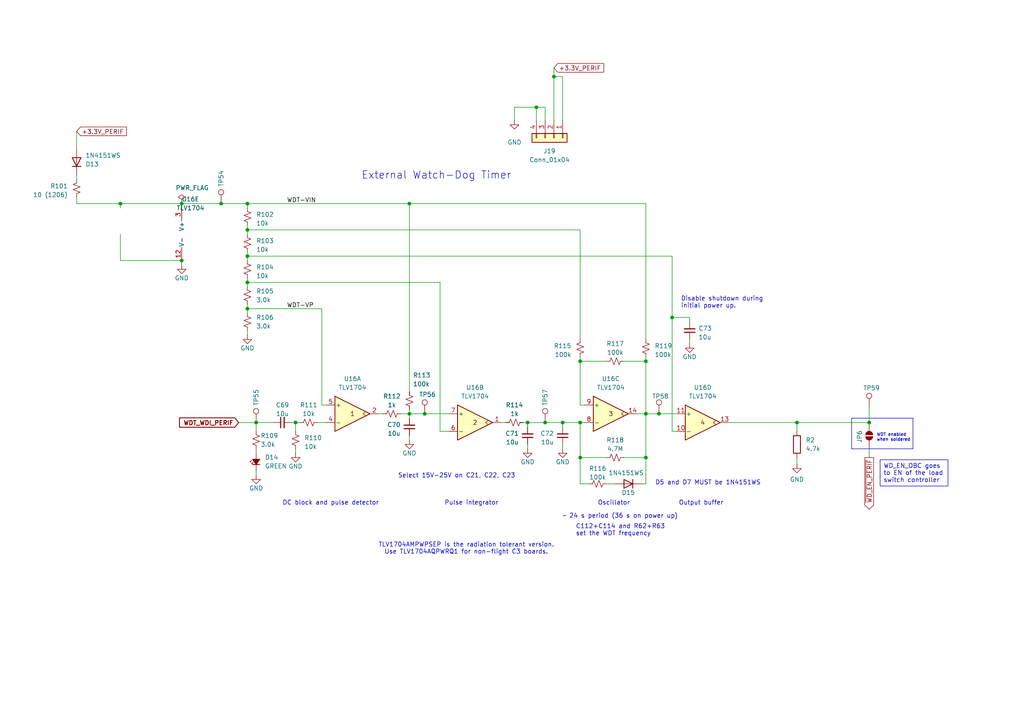
<source format=kicad_sch>
(kicad_sch (version 20250114) (generator "eeschema") (generator_version "9.0")
  (paper "A4")
  (lib_symbols
    (symbol "Connector:TestPoint" (pin_numbers (hide yes)) (pin_names (offset 0.762) (hide yes))
      (property "Reference" "TP" (at 0 6.858 0))
      (property "Value" "TestPoint" (at 0 5.08 0))
      (symbol "TestPoint_0_1"
        (circle (center 0 3.302) (radius 0.762))
      )
      (symbol "TestPoint_1_1"
        (pin passive line (at 0 0 90) (length 2.54) (name "1") (number "1"))
      )
    )
    (symbol "Connector_Generic:Conn_01x04" (pin_names (offset 1.016) (hide yes))
      (property "Reference" "J" (at 0 5.08 0))
      (property "Value" "Conn_01x04" (at 0 -7.62 0))
      (symbol "Conn_01x04_1_1"
        (rectangle (start -1.27 3.81) (end 1.27 -6.35) (stroke (width 0.254)) (fill (type background)))
        (rectangle (start -1.27 2.667) (end 0 2.413) (stroke (width 0.1524)))
        (rectangle (start -1.27 0.127) (end 0 -0.127) (stroke (width 0.1524)))
        (rectangle (start -1.27 -2.413) (end 0 -2.667) (stroke (width 0.1524)))
        (rectangle (start -1.27 -4.953) (end 0 -5.207) (stroke (width 0.1524)))
        (pin passive line (at -5.08 2.54 0) (length 3.81) (name "Pin_1") (number "1"))
        (pin passive line (at -5.08 0 0) (length 3.81) (name "Pin_2") (number "2"))
        (pin passive line (at -5.08 -2.54 0) (length 3.81) (name "Pin_3") (number "3"))
        (pin passive line (at -5.08 -5.08 0) (length 3.81) (name "Pin_4") (number "4"))
      )
    )
    (symbol "Device:C_Small" (pin_numbers (hide yes)) (pin_names (offset 0.254) (hide yes))
      (property "Reference" "C" (at 0.254 1.778 0))
      (property "Value" "C_Small" (at 0.254 -2.032 0))
      (symbol "C_Small_0_1"
        (polyline (pts (xy -1.524 0.508) (xy 1.524 0.508)) (stroke (width 0.3048)))
        (polyline (pts (xy -1.524 -0.508) (xy 1.524 -0.508)) (stroke (width 0.3302)))
      )
      (symbol "C_Small_1_1"
        (pin passive line (at 0 2.54 270) (length 2.032) (name "~") (number "1"))
        (pin passive line (at 0 -2.54 90) (length 2.032) (name "~") (number "2"))
      )
    )
    (symbol "Device:LED_Small_Filled" (pin_numbers (hide yes)) (pin_names (offset 0.254) (hide yes))
      (property "Reference" "D" (at -1.27 3.175 0))
      (property "Value" "LED_Small_Filled" (at -4.445 -2.54 0))
      (symbol "LED_Small_Filled_0_1"
        (polyline (pts (xy -0.762 -1.016) (xy -0.762 1.016)) (stroke (width 0.254)))
        (polyline (pts (xy 0 0.762) (xy -0.508 1.27) (xy -0.254 1.27) (xy -0.508 1.27) (xy -0.508 1.016)))
        (polyline (pts (xy 0.508 1.27) (xy 0 1.778) (xy 0.254 1.778) (xy 0 1.778) (xy 0 1.524)))
        (polyline (pts (xy 0.762 -1.016) (xy -0.762 0) (xy 0.762 1.016) (xy 0.762 -1.016)) (stroke (width 0.254)) (fill (type outline)))
        (polyline (pts (xy 1.016 0) (xy -0.762 0)))
      )
      (symbol "LED_Small_Filled_1_1"
        (pin passive line (at -2.54 0 0) (length 1.778) (name "K") (number "1"))
        (pin passive line (at 2.54 0 180) (length 1.778) (name "A") (number "2"))
      )
    )
    (symbol "Device:R" (pin_numbers (hide yes)) (pin_names (offset 0))
      (property "Reference" "R" (at 2.032 0 90))
      (property "Value" "R" (at 0 0 90))
      (symbol "R_0_1"
        (rectangle (start -1.016 -2.54) (end 1.016 2.54) (stroke (width 0.254)))
      )
      (symbol "R_1_1"
        (pin passive line (at 0 3.81 270) (length 1.27) (name "~") (number "1"))
        (pin passive line (at 0 -3.81 90) (length 1.27) (name "~") (number "2"))
      )
    )
    (symbol "Device:R_Small_US" (pin_numbers (hide yes)) (pin_names (offset 0.254) (hide yes))
      (property "Reference" "R" (at 0.762 0.508 0))
      (property "Value" "R_Small_US" (at 0.762 -1.016 0))
      (symbol "R_Small_US_1_1"
        (polyline (pts (xy 0 1.524) (xy 1.016 1.143) (xy 0 0.762) (xy -1.016 0.381) (xy 0 0)))
        (polyline (pts (xy 0 0) (xy 1.016 -0.381) (xy 0 -0.762) (xy -1.016 -1.143) (xy 0 -1.524)))
        (pin passive line (at 0 2.54 270) (length 1.016) (name "~") (number "1"))
        (pin passive line (at 0 -2.54 90) (length 1.016) (name "~") (number "2"))
      )
    )
    (symbol "EPS:1N4151WS" (pin_numbers (hide yes)) (pin_names (offset 1.016) (hide yes))
      (property "Reference" "D" (at 0 2.54 0))
      (property "Value" "1N4151WS" (at 0 -2.54 0))
      (symbol "1N4151WS_0_1"
        (polyline (pts (xy -1.27 1.27) (xy -1.27 -1.27)) (stroke (width 0.254)))
        (polyline (pts (xy 1.27 1.27) (xy 1.27 -1.27) (xy -1.27 0) (xy 1.27 1.27)) (stroke (width 0.254)))
        (polyline (pts (xy 1.27 0) (xy -1.27 0)))
      )
      (symbol "1N4151WS_1_1"
        (pin passive line (at -3.81 0 0) (length 2.54) (name "K") (number "1"))
        (pin passive line (at 3.81 0 180) (length 2.54) (name "A") (number "2"))
      )
    )
    (symbol "EPS:TLV1704AIPWR" (pin_names (offset 0.127))
      (property "Reference" "U13" (at 0 10.16 0))
      (property "Value" "TLV1704" (at 0 7.62 0))
      (symbol "TLV1704AIPWR_1_1"
        (polyline (pts (xy -5.08 5.08) (xy 5.08 0) (xy -5.08 -5.08) (xy -5.08 5.08)) (stroke (width 0.254)) (fill (type background)))
        (polyline (pts (xy 3.048 0) (xy 3.81 -0.635)))
        (polyline (pts (xy 3.81 0.635) (xy 3.048 0)))
        (text "1" (at 0 0 0) (effects (font (size 1.27 1.27))))
        (pin input line (at -7.62 2.54 0) (length 2.54) (name "+") (number "5"))
        (pin input line (at -7.62 -2.54 0) (length 2.54) (name "-") (number "4"))
        (pin open_collector line (at 7.62 0 180) (length 2.54) (name "~") (number "2"))
      )
      (symbol "TLV1704AIPWR_2_1"
        (polyline (pts (xy -5.08 5.08) (xy 5.08 0) (xy -5.08 -5.08) (xy -5.08 5.08)) (stroke (width 0.254)) (fill (type background)))
        (polyline (pts (xy 3.048 0) (xy 3.81 -0.635)))
        (polyline (pts (xy 3.81 0.635) (xy 3.048 0)))
        (text "2" (at 0 0 0) (effects (font (size 1.27 1.27))))
        (pin input line (at -7.62 2.54 0) (length 2.54) (name "+") (number "7"))
        (pin input line (at -7.62 -2.54 0) (length 2.54) (name "-") (number "6"))
        (pin open_collector line (at 7.62 0 180) (length 2.54) (name "~") (number "1"))
      )
      (symbol "TLV1704AIPWR_3_1"
        (polyline (pts (xy -5.08 5.08) (xy 5.08 0) (xy -5.08 -5.08) (xy -5.08 5.08)) (stroke (width 0.254)) (fill (type background)))
        (polyline (pts (xy 3.048 0) (xy 3.81 -0.635)))
        (polyline (pts (xy 3.81 0.635) (xy 3.048 0)))
        (text "3" (at 0 0 0) (effects (font (size 1.27 1.27))))
        (pin input line (at -7.62 2.54 0) (length 2.54) (name "+") (number "9"))
        (pin input line (at -7.62 -2.54 0) (length 2.54) (name "-") (number "8"))
        (pin open_collector line (at 7.62 0 180) (length 2.54) (name "~") (number "14"))
      )
      (symbol "TLV1704AIPWR_4_1"
        (polyline (pts (xy -5.08 5.08) (xy 5.08 0) (xy -5.08 -5.08) (xy -5.08 5.08)) (stroke (width 0.254)) (fill (type background)))
        (polyline (pts (xy 3.048 0) (xy 3.81 -0.635)))
        (polyline (pts (xy 3.81 0.635) (xy 3.048 0)))
        (text "4" (at 0 0 0) (effects (font (size 1.27 1.27))))
        (pin input line (at -7.62 2.54 0) (length 2.54) (name "+") (number "11"))
        (pin input line (at -7.62 -2.54 0) (length 2.54) (name "-") (number "10"))
        (pin open_collector line (at 7.62 0 180) (length 2.54) (name "~") (number "13"))
      )
      (symbol "TLV1704AIPWR_5_1"
        (pin power_in line (at -2.54 7.62 270) (length 3.81) (name "V+") (number "3"))
        (pin power_in line (at -2.54 -7.62 90) (length 3.81) (name "V-") (number "12"))
      )
    )
    (symbol "Jumper:SolderJumper_2_Open" (pin_numbers (hide yes)) (pin_names (offset 0) (hide yes)) (exclude_from_sim yes) (in_bom no)
      (property "Reference" "JP" (at 0 2.032 0))
      (property "Value" "SolderJumper_2_Open" (at 0 -2.54 0))
      (symbol "SolderJumper_2_Open_0_1"
        (polyline (pts (xy -0.254 1.016) (xy -0.254 -1.016)))
        (arc (start -0.254 -1.016) (mid -1.2656 0) (end -0.254 1.016))
        (arc (start -0.254 -1.016) (mid -1.2656 0) (end -0.254 1.016) (fill (type outline)))
        (arc (start 0.254 1.016) (mid 1.2656 0) (end 0.254 -1.016))
        (arc (start 0.254 1.016) (mid 1.2656 0) (end 0.254 -1.016) (fill (type outline)))
        (polyline (pts (xy 0.254 1.016) (xy 0.254 -1.016)))
      )
      (symbol "SolderJumper_2_Open_1_1"
        (pin passive line (at -3.81 0 0) (length 2.54) (name "A") (number "1"))
        (pin passive line (at 3.81 0 180) (length 2.54) (name "B") (number "2"))
      )
    )
    (symbol "power:GND" (power) (pin_numbers (hide yes)) (pin_names (offset 0) (hide yes))
      (property "Value" "GND" (at 0 -3.81 0))
      (symbol "GND_0_1"
        (polyline (pts (xy 0 0) (xy 0 -1.27) (xy 1.27 -1.27) (xy 0 -2.54) (xy -1.27 -1.27) (xy 0 -1.27)))
      )
      (symbol "GND_1_1"
        (pin power_in line (at 0 0 270) (length 0) (name "~") (number "1"))
      )
    )
    (symbol "power:PWR_FLAG" (power) (pin_numbers (hide yes)) (pin_names (offset 0) (hide yes))
      (property "Value" "PWR_FLAG" (at 0 3.81 0))
      (symbol "PWR_FLAG_0_0"
        (pin power_out line (at 0 0 90) (length 0) (name "~") (number "1"))
      )
      (symbol "PWR_FLAG_0_1"
        (polyline (pts (xy 0 0) (xy 0 1.27) (xy -1.016 1.905) (xy 0 2.54) (xy 1.016 1.905) (xy 0 1.27)))
      )
    )
  )
  (text "TLV1704AMPWPSEP is the radiation tolerant version.\nUse TLV1704AQPWRQ1 for non-flight C3 boards." (at 135.255 159.131 0) (effects (font (size 1.27 1.27))))
  (text "Pulse integrator" (at 128.905 146.685 0) (effects (font (size 1.27 1.27)) (justify left bottom)))
  (text "Disable shutdown during\ninitial power up." (at 197.485 89.535 0) (effects (font (size 1.27 1.27)) (justify left bottom)))
  (text "~ 24 s period (36 s on power up)" (at 163.195 150.495 0) (effects (font (size 1.27 1.27)) (justify left bottom)))
  (text "External Watch-Dog Timer" (at 104.775 52.197 0) (effects (font (size 2.159 2.159)) (justify left bottom)))
  (text "Select 15V-25V on C21, C22, C23" (at 132.461 138.049 0) (effects (font (size 1.27 1.27))))
  (text "D5 and D7 MUST be 1N4151WS" (at 205.359 140.081 0) (effects (font (size 1.27 1.27))))
  (text "WDT enabled\nwhen soldered" (at 254.254 128.143 0) (effects (font (size 0.889 0.889)) (justify left bottom)))
  (text "Oscillator" (at 173.355 146.685 0) (effects (font (size 1.27 1.27)) (justify left bottom)))
  (text "DC block and pulse detector" (at 81.915 146.685 0) (effects (font (size 1.27 1.27)) (justify left bottom)))
  (text "Output buffer" (at 196.85 146.685 0) (effects (font (size 1.27 1.27)) (justify left bottom)))
  (text "C112+C114 and R62+R63 \nset the WDT frequency" (at 167.005 155.575 0) (effects (font (size 1.27 1.27)) (justify left bottom)))
  (text_box "WD_EN_OBC goes to EN of the load switch controller" (at 255.27 133.35 0) (size 19.685 7.62) (margins 0.9525 0.9525 0.9525 0.9525) (effects (font (size 1.27 1.27)) (justify left top)))
  (junction (at 168.275 132.715))
  (junction (at 160.655 22.225))
  (junction (at 168.275 104.775))
  (junction (at 194.945 92.075))
  (junction (at 71.755 89.535))
  (junction (at 52.705 59.055))
  (junction (at 71.755 59.055))
  (junction (at 231.14 122.555))
  (junction (at 163.195 122.555))
  (junction (at 187.325 120.015))
  (junction (at 187.325 132.715))
  (junction (at 118.745 59.055))
  (junction (at 71.755 66.675))
  (junction (at 153.035 122.555))
  (junction (at 191.135 120.015))
  (junction (at 168.275 122.555))
  (junction (at 64.135 59.055))
  (junction (at 85.725 122.555))
  (junction (at 252.095 122.555))
  (junction (at 71.755 74.295))
  (junction (at 123.19 120.015))
  (junction (at 155.575 31.115))
  (junction (at 187.325 104.775))
  (junction (at 118.745 120.015))
  (junction (at 52.705 75.565))
  (junction (at 71.755 81.915))
  (junction (at 34.925 59.055))
  (junction (at 74.295 122.555))
  (junction (at 158.115 122.555))
  (wire (pts (xy 175.895 132.715) (xy 168.275 132.715)))
  (wire (pts (xy 22.225 57.15) (xy 22.225 59.055)))
  (wire (pts (xy 71.755 74.295) (xy 71.755 75.565)))
  (wire (pts (xy 109.855 120.015) (xy 111.125 120.015)))
  (wire (pts (xy 163.195 22.225) (xy 163.195 34.925)))
  (wire (pts (xy 180.975 104.775) (xy 187.325 104.775)))
  (wire (pts (xy 71.755 95.885) (xy 71.755 97.155)))
  (wire (pts (xy 231.14 122.555) (xy 231.14 125.095)))
  (wire (pts (xy 34.925 59.055) (xy 34.925 60.325)))
  (wire (pts (xy 155.575 31.115) (xy 158.115 31.115)))
  (wire (pts (xy 85.725 130.175) (xy 85.725 131.445)))
  (wire (pts (xy 200.025 93.345) (xy 200.025 92.075)))
  (wire (pts (xy 85.725 122.555) (xy 86.995 122.555)))
  (wire (pts (xy 34.925 67.945) (xy 34.925 75.565)))
  (wire (pts (xy 22.225 50.8) (xy 22.225 52.07)))
  (wire (pts (xy 71.755 66.675) (xy 168.275 66.675)))
  (wire (pts (xy 34.925 75.565) (xy 52.705 75.565)))
  (wire (pts (xy 168.275 140.335) (xy 168.275 132.715)))
  (wire (pts (xy 145.415 122.555) (xy 146.685 122.555)))
  (wire (pts (xy 158.115 122.555) (xy 163.195 122.555)))
  (wire (pts (xy 153.035 122.555) (xy 158.115 122.555)))
  (polyline (pts (xy 264.795 130.175) (xy 247.015 130.175)))
  (wire (pts (xy 211.455 122.555) (xy 231.14 122.555)))
  (wire (pts (xy 74.295 130.175) (xy 74.295 131.445)))
  (wire (pts (xy 64.135 59.055) (xy 71.755 59.055)))
  (wire (pts (xy 231.14 122.555) (xy 252.095 122.555)))
  (wire (pts (xy 194.945 92.075) (xy 200.025 92.075)))
  (wire (pts (xy 231.14 132.715) (xy 231.14 134.62)))
  (wire (pts (xy 194.945 125.095) (xy 196.215 125.095)))
  (wire (pts (xy 118.745 120.015) (xy 118.745 121.285)))
  (wire (pts (xy 160.655 22.225) (xy 163.195 22.225)))
  (wire (pts (xy 153.035 130.175) (xy 153.035 128.905)))
  (wire (pts (xy 85.725 122.555) (xy 85.725 125.095)))
  (wire (pts (xy 187.325 98.425) (xy 187.325 59.055)))
  (wire (pts (xy 118.745 120.015) (xy 123.19 120.015)))
  (wire (pts (xy 155.575 31.115) (xy 149.225 31.115)))
  (wire (pts (xy 52.705 76.835) (xy 52.705 75.565)))
  (wire (pts (xy 191.135 120.015) (xy 196.215 120.015)))
  (wire (pts (xy 180.975 132.715) (xy 187.325 132.715)))
  (wire (pts (xy 123.19 120.015) (xy 130.175 120.015)))
  (wire (pts (xy 252.095 130.175) (xy 252.095 132.715)))
  (wire (pts (xy 187.325 120.015) (xy 191.135 120.015)))
  (wire (pts (xy 187.325 132.715) (xy 187.325 120.015)))
  (wire (pts (xy 71.755 88.265) (xy 71.755 89.535)))
  (wire (pts (xy 22.225 59.055) (xy 34.925 59.055)))
  (wire (pts (xy 22.225 38.1) (xy 22.225 43.18)))
  (wire (pts (xy 187.325 140.335) (xy 187.325 132.715)))
  (wire (pts (xy 160.655 19.685) (xy 160.655 22.225)))
  (wire (pts (xy 92.075 122.555) (xy 94.615 122.555)))
  (wire (pts (xy 160.655 34.925) (xy 160.655 22.225)))
  (wire (pts (xy 163.195 130.175) (xy 163.195 128.905)))
  (wire (pts (xy 118.745 120.015) (xy 118.745 118.745)))
  (wire (pts (xy 71.755 73.025) (xy 71.755 74.295)))
  (wire (pts (xy 151.765 122.555) (xy 153.035 122.555)))
  (wire (pts (xy 187.325 104.775) (xy 187.325 120.015)))
  (wire (pts (xy 118.745 59.055) (xy 71.755 59.055)))
  (wire (pts (xy 71.755 60.325) (xy 71.755 59.055)))
  (wire (pts (xy 71.755 80.645) (xy 71.755 81.915)))
  (wire (pts (xy 155.575 34.925) (xy 155.575 31.115)))
  (wire (pts (xy 168.275 103.505) (xy 168.275 104.775)))
  (wire (pts (xy 187.325 103.505) (xy 187.325 104.775)))
  (wire (pts (xy 71.755 89.535) (xy 71.755 90.805)))
  (wire (pts (xy 93.345 117.475) (xy 94.615 117.475)))
  (wire (pts (xy 71.755 81.915) (xy 127.635 81.915)))
  (wire (pts (xy 200.025 99.695) (xy 200.025 98.425)))
  (wire (pts (xy 69.215 122.555) (xy 74.295 122.555)))
  (wire (pts (xy 184.785 120.015) (xy 187.325 120.015)))
  (wire (pts (xy 118.745 59.055) (xy 187.325 59.055)))
  (wire (pts (xy 194.945 74.295) (xy 194.945 92.075)))
  (wire (pts (xy 175.895 140.335) (xy 178.435 140.335)))
  (wire (pts (xy 118.745 59.055) (xy 118.745 113.665)))
  (wire (pts (xy 158.115 31.115) (xy 158.115 34.925)))
  (wire (pts (xy 186.055 140.335) (xy 187.325 140.335)))
  (wire (pts (xy 52.705 60.325) (xy 52.705 59.055)))
  (wire (pts (xy 127.635 81.915) (xy 127.635 125.095)))
  (wire (pts (xy 149.225 31.115) (xy 149.225 34.925)))
  (polyline (pts (xy 264.795 121.285) (xy 264.795 130.175)))
  (wire (pts (xy 163.195 122.555) (xy 168.275 122.555)))
  (wire (pts (xy 168.275 117.475) (xy 168.275 104.775)))
  (wire (pts (xy 168.275 104.775) (xy 175.895 104.775)))
  (wire (pts (xy 34.925 59.055) (xy 52.705 59.055)))
  (wire (pts (xy 84.455 122.555) (xy 85.725 122.555)))
  (polyline (pts (xy 247.015 130.175) (xy 247.015 121.285)))
  (wire (pts (xy 116.205 120.015) (xy 118.745 120.015)))
  (wire (pts (xy 52.705 59.055) (xy 64.135 59.055)))
  (wire (pts (xy 71.755 81.915) (xy 71.755 83.185)))
  (wire (pts (xy 71.755 74.295) (xy 194.945 74.295)))
  (wire (pts (xy 74.295 122.555) (xy 79.375 122.555)))
  (wire (pts (xy 252.095 118.11) (xy 252.095 122.555)))
  (wire (pts (xy 194.945 92.075) (xy 194.945 125.095)))
  (wire (pts (xy 71.755 89.535) (xy 93.345 89.535)))
  (wire (pts (xy 93.345 89.535) (xy 93.345 117.475)))
  (wire (pts (xy 118.745 127.635) (xy 118.745 126.365)))
  (wire (pts (xy 153.035 122.555) (xy 153.035 123.825)))
  (wire (pts (xy 168.275 122.555) (xy 169.545 122.555)))
  (wire (pts (xy 74.295 137.795) (xy 74.295 136.525)))
  (polyline (pts (xy 247.015 121.285) (xy 264.795 121.285)))
  (wire (pts (xy 71.755 65.405) (xy 71.755 66.675)))
  (wire (pts (xy 168.275 140.335) (xy 170.815 140.335)))
  (wire (pts (xy 163.195 123.825) (xy 163.195 122.555)))
  (wire (pts (xy 74.295 125.095) (xy 74.295 122.555)))
  (wire (pts (xy 168.275 98.425) (xy 168.275 66.675)))
  (wire (pts (xy 127.635 125.095) (xy 130.175 125.095)))
  (wire (pts (xy 169.545 117.475) (xy 168.275 117.475)))
  (wire (pts (xy 71.755 66.675) (xy 71.755 67.945)))
  (wire (pts (xy 168.275 132.715) (xy 168.275 122.555)))
  (label "WDT-VIN" (at 83.185 59.055 0))
  (label "WDT-VP" (at 83.185 89.535 0))
  (global_label "+3.3V_PERIF" (shape input) (at 160.655 19.685 0) (property "Intersheetrefs" "${INTERSHEET_REFS}" (effects (hide yes))))
  (global_label "+3.3V_PERIF" (shape input) (at 22.225 38.1 0) (property "Intersheetrefs" "${INTERSHEET_REFS}" (effects (hide yes))))
  (global_label "~{WD_EN_PERIF}" (shape output) (at 252.095 132.715 270) (property "Intersheetrefs" "${INTERSHEET_REFS}" (effects (hide yes))))
  (global_label "WDT_WDI_PERIF" (shape input) (at 69.215 122.555 180) (effects (font (thickness 0.254) (bold yes))) (property "Intersheetrefs" "${INTERSHEET_REFS}" (effects (hide yes))))
  (symbol (lib_id "Device:C_Small") (at 153.035 126.365 0) (mirror x) (unit 1)
    (property "Reference" "C71" (at 150.495 125.7236 0) (effects (justify right)))
    (property "Value" "10u" (at 150.495 128.2636 0) (effects (justify right)))
    (property "Footprint" "Capacitor_SMD:C_1210_3225Metric" (effects (hide yes)))
    (property "Description" "Unpolarized capacitor, small symbol" (effects (hide yes)))
    (property "DPN" "490-12317-1-ND" (effects (hide yes)))
    (property "DST" "Digi-Key" (effects (hide yes)))
    (property "MFR" "Murata" (effects (hide yes)))
    (property "MPN" "GRT188R61C106KE13D" (effects (hide yes)))
  )
  (symbol (lib_id "power:GND") (at 231.14 134.62 0) (unit 1)
    (property "Reference" "#PWR010" (effects (hide yes)))
    (property "Value" "GND" (at 231.14 139.065 0))
    (property "Description" "Power symbol creates a global label with name \"GND\" , ground" (effects (hide yes)))
  )
  (symbol (lib_id "Connector:TestPoint") (at 64.135 59.055 0) (unit 1)
    (property "Reference" "TP54" (at 64.135 54.229 90) (effects (justify left)))
    (property "Value" "TestPoint" (effects (hide yes)))
    (property "Footprint" "TestPoint:TestPoint_Pad_1.0x1.0mm" (effects (hide yes)))
    (property "Description" "test point" (effects (hide yes)))
  )
  (symbol (lib_id "EPS:TLV1704AIPWR") (at 177.165 120.015 0) (unit 3)
    (property "Reference" "U16" (at 177.165 109.855 0))
    (property "Value" "TLV1704" (at 177.165 112.395 0))
    (property "Footprint" "Package_SO:TSSOP-14_4.4x5mm_P0.65mm" (effects (hide yes)))
    (property "Datasheet" "https://www.ti.com/lit/ds/symlink/tlv1704-sep.pdf" (effects (hide yes)))
    (property "Description" "Analog Comparators 2.2-V to 36-V, radiation tolerant microPower quad comparator in space enhanced plastic 14-TSSOP -55 to 125" (effects (hide yes)))
    (property "MFR" "Texas Instruments" (effects (hide yes)))
    (property "MPN" "TLV1704AQPWRQ1" (effects (hide yes)))
    (property "DST" "Digi-Key" (effects (hide yes)))
    (property "DPN" "296-43799-2-ND" (effects (hide yes)))
    (property "LCSC" "C181596" (effects (hide yes)))
  )
  (symbol (lib_id "power:GND") (at 52.705 76.835 0) (mirror y) (unit 1)
    (property "Reference" "#PWR095" (effects (hide yes)))
    (property "Value" "GND" (at 52.705 80.645 0))
    (property "Description" "Power symbol creates a global label with name \"GND\" , ground" (effects (hide yes)))
  )
  (symbol (lib_id "power:GND") (at 163.195 130.175 0) (mirror y) (unit 1)
    (property "Reference" "#PWR0103" (effects (hide yes)))
    (property "Value" "GND" (at 163.195 133.985 0))
    (property "Description" "Power symbol creates a global label with name \"GND\" , ground" (effects (hide yes)))
  )
  (symbol (lib_id "Device:R_Small_US") (at 71.755 70.485 0) (unit 1)
    (property "Reference" "R103" (at 74.295 69.85 0) (effects (justify left)))
    (property "Value" "10k" (at 74.295 72.39 0) (effects (justify left)))
    (property "Footprint" "Resistor_SMD:R_0603_1608Metric" (effects (hide yes)))
    (property "Description" "Resistor, small US symbol" (effects (hide yes)))
    (property "DPN" "RMCF0603FT10K0CT-ND" (effects (hide yes)))
    (property "DST" "Digi-Key" (effects (hide yes)))
    (property "MFR" "Stackpole Electronics Inc" (effects (hide yes)))
    (property "MPN" "RMCF0603FT10K0" (effects (hide yes)))
    (property "LCSC" "C13564" (effects (hide yes)))
  )
  (symbol (lib_id "Connector:TestPoint") (at 123.19 120.015 0) (unit 1)
    (property "Reference" "TP56" (at 121.539 114.427 0) (effects (justify left)))
    (property "Value" "TestPoint" (effects (hide yes)))
    (property "Footprint" "TestPoint:TestPoint_Pad_1.0x1.0mm" (effects (hide yes)))
    (property "Description" "test point" (effects (hide yes)))
  )
  (symbol (lib_id "EPS:TLV1704AIPWR") (at 137.795 122.555 0) (unit 2)
    (property "Reference" "U16" (at 137.795 112.395 0))
    (property "Value" "TLV1704" (at 137.795 114.935 0))
    (property "Footprint" "Package_SO:TSSOP-14_4.4x5mm_P0.65mm" (effects (hide yes)))
    (property "Datasheet" "https://www.ti.com/lit/ds/symlink/tlv1704-sep.pdf" (effects (hide yes)))
    (property "Description" "Analog Comparators 2.2-V to 36-V, radiation tolerant microPower quad comparator in space enhanced plastic 14-TSSOP -55 to 125" (effects (hide yes)))
    (property "MFR" "Texas Instruments" (effects (hide yes)))
    (property "MPN" "TLV1704AQPWRQ1" (effects (hide yes)))
    (property "DST" "Digi-Key" (effects (hide yes)))
    (property "DPN" "296-43799-2-ND" (effects (hide yes)))
    (property "LCSC" "C181596" (effects (hide yes)))
  )
  (symbol (lib_id "Device:R_Small_US") (at 178.435 132.715 270) (unit 1)
    (property "Reference" "R118" (at 178.435 127.635 90))
    (property "Value" "4.7M" (at 178.435 130.175 90))
    (property "Footprint" "Resistor_SMD:R_0603_1608Metric" (effects (hide yes)))
    (property "Description" "Resistor, small US symbol" (effects (hide yes)))
    (property "DPN" "RMCF0603FT4M70CT-ND" (effects (hide yes)))
    (property "DST" "Digi-Key" (effects (hide yes)))
    (property "MFR" "Stackpole Electronics Inc" (effects (hide yes)))
    (property "MPN" "RMCF0603FT4M70" (effects (hide yes)))
  )
  (symbol (lib_id "power:GND") (at 85.725 131.445 0) (unit 1)
    (property "Reference" "#PWR099" (effects (hide yes)))
    (property "Value" "GND" (at 85.725 135.255 0))
    (property "Description" "Power symbol creates a global label with name \"GND\" , ground" (effects (hide yes)))
  )
  (symbol (lib_id "Device:R_Small_US") (at 71.755 93.345 0) (unit 1)
    (property "Reference" "R106" (at 74.295 92.075 0) (effects (justify left)))
    (property "Value" "3.0k" (at 74.295 94.615 0) (effects (justify left)))
    (property "Footprint" "Resistor_SMD:R_0603_1608Metric" (effects (hide yes)))
    (property "Description" "Resistor, small US symbol" (effects (hide yes)))
    (property "DPN" "RMCF0603FT3K00CT-ND" (effects (hide yes)))
    (property "DST" "Digi-Key" (effects (hide yes)))
    (property "MFR" "Stackpole Electronics Inc" (effects (hide yes)))
    (property "MPN" "RMCF0603FT3K00" (effects (hide yes)))
    (property "LCSC" "C4211" (effects (hide yes)))
  )
  (symbol (lib_id "Device:R_Small_US") (at 113.665 120.015 90) (unit 1)
    (property "Reference" "R112" (at 113.665 114.935 90))
    (property "Value" "1k" (at 113.665 117.475 90))
    (property "Footprint" "Resistor_SMD:R_0603_1608Metric" (effects (hide yes)))
    (property "Description" "Resistor, small US symbol" (effects (hide yes)))
    (property "DPN" "RMCF0603FT1K00CT-ND" (effects (hide yes)))
    (property "DST" "Digi-Key" (effects (hide yes)))
    (property "MFR" "Stackpole Electronics Inc" (effects (hide yes)))
    (property "MPN" "RMCF0603FT1K00" (effects (hide yes)))
    (property "LCSC" "C13163" (effects (hide yes)))
  )
  (symbol (lib_id "Connector:TestPoint") (at 158.115 122.555 0) (unit 1)
    (property "Reference" "TP57" (at 158.115 117.729 90) (effects (justify left)))
    (property "Value" "TestPoint" (effects (hide yes)))
    (property "Footprint" "TestPoint:TestPoint_Pad_1.0x1.0mm" (effects (hide yes)))
    (property "Description" "test point" (effects (hide yes)))
  )
  (symbol (lib_id "Connector_Generic:Conn_01x04") (at 160.655 40.005 270) (unit 1)
    (property "Reference" "J19" (at 159.385 43.815 90))
    (property "Value" "Conn_01x04" (at 159.385 46.355 90))
    (property "Footprint" "Connector_PinSocket_2.54mm:PinSocket_1x04_P2.54mm_Vertical" (effects (hide yes)))
    (property "Description" "Generic connector, single row, 01x04, script generated (kicad-library-utils/schlib/autogen/connector/)" (effects (hide yes)))
  )
  (symbol (lib_id "Device:R_Small_US") (at 178.435 104.775 90) (unit 1)
    (property "Reference" "R117" (at 178.435 99.695 90))
    (property "Value" "100k" (at 178.435 102.235 90))
    (property "Footprint" "Resistor_SMD:R_0603_1608Metric" (effects (hide yes)))
    (property "Description" "Resistor, small US symbol" (effects (hide yes)))
    (property "DPN" "RMCF0603FT100KCT-ND" (effects (hide yes)))
    (property "DST" "Digi-Key" (effects (hide yes)))
    (property "MFR" "Stackpole Electronics Inc" (effects (hide yes)))
    (property "MPN" "RMCF0603FT100K" (effects (hide yes)))
    (property "LCSC" "C14675" (effects (hide yes)))
  )
  (symbol (lib_id "EPS:TLV1704AIPWR") (at 55.245 67.945 0) (unit 5)
    (property "Reference" "U16" (at 55.245 57.785 0))
    (property "Value" "TLV1704" (at 55.245 60.325 0))
    (property "Footprint" "Package_SO:TSSOP-14_4.4x5mm_P0.65mm" (effects (hide yes)))
    (property "Datasheet" "https://www.ti.com/lit/ds/symlink/tlv1704-sep.pdf" (effects (hide yes)))
    (property "Description" "Analog Comparators 2.2-V to 36-V, radiation tolerant microPower quad comparator in space enhanced plastic 14-TSSOP -55 to 125" (effects (hide yes)))
    (property "MFR" "Texas Instruments" (effects (hide yes)))
    (property "MPN" "TLV1704AQPWRQ1" (effects (hide yes)))
    (property "DST" "Digi-Key" (effects (hide yes)))
    (property "DPN" "296-43799-2-ND" (effects (hide yes)))
    (property "LCSC" "C181596" (effects (hide yes)))
  )
  (symbol (lib_id "Device:C_Small") (at 163.195 126.365 0) (mirror x) (unit 1)
    (property "Reference" "C72" (at 160.655 125.7236 0) (effects (justify right)))
    (property "Value" "10u" (at 160.655 128.2636 0) (effects (justify right)))
    (property "Footprint" "Capacitor_SMD:C_1210_3225Metric" (effects (hide yes)))
    (property "Description" "Unpolarized capacitor, small symbol" (effects (hide yes)))
    (property "DPN" "490-12317-1-ND" (effects (hide yes)))
    (property "DST" "Digi-Key" (effects (hide yes)))
    (property "MFR" "Murata" (effects (hide yes)))
    (property "MPN" "GRT188R61C106KE13D" (effects (hide yes)))
  )
  (symbol (lib_id "Device:R_Small_US") (at 71.755 85.725 0) (unit 1)
    (property "Reference" "R105" (at 74.295 84.455 0) (effects (justify left)))
    (property "Value" "3.0k" (at 74.295 86.995 0) (effects (justify left)))
    (property "Footprint" "Resistor_SMD:R_0603_1608Metric" (effects (hide yes)))
    (property "Description" "Resistor, small US symbol" (effects (hide yes)))
    (property "DPN" "RMCF0603FT3K00CT-ND" (effects (hide yes)))
    (property "DST" "Digi-Key" (effects (hide yes)))
    (property "MFR" "Stackpole Electronics Inc" (effects (hide yes)))
    (property "MPN" "RMCF0603FT3K00" (effects (hide yes)))
    (property "LCSC" "C4211" (effects (hide yes)))
  )
  (symbol (lib_id "EPS:TLV1704AIPWR") (at 203.835 122.555 0) (unit 4)
    (property "Reference" "U16" (at 203.835 112.395 0))
    (property "Value" "TLV1704" (at 203.835 114.935 0))
    (property "Footprint" "Package_SO:TSSOP-14_4.4x5mm_P0.65mm" (effects (hide yes)))
    (property "Datasheet" "https://www.ti.com/lit/ds/symlink/tlv1704-sep.pdf" (effects (hide yes)))
    (property "Description" "Analog Comparators 2.2-V to 36-V, radiation tolerant microPower quad comparator in space enhanced plastic 14-TSSOP -55 to 125" (effects (hide yes)))
    (property "MFR" "Texas Instruments" (effects (hide yes)))
    (property "MPN" "TLV1704AQPWRQ1" (effects (hide yes)))
    (property "DST" "Digi-Key" (effects (hide yes)))
    (property "DPN" "296-43799-2-ND" (effects (hide yes)))
    (property "LCSC" "C181596" (effects (hide yes)))
  )
  (symbol (lib_id "Device:R_Small_US") (at 118.745 116.205 0) (unit 1)
    (property "Reference" "R113" (at 119.761 108.839 0) (effects (justify left)))
    (property "Value" "100k" (at 119.761 111.379 0) (effects (justify left)))
    (property "Footprint" "Resistor_SMD:R_0603_1608Metric" (effects (hide yes)))
    (property "Description" "Resistor, small US symbol" (effects (hide yes)))
    (property "DPN" "RMCF0603FT100KCT-ND" (effects (hide yes)))
    (property "DST" "Digi-Key" (effects (hide yes)))
    (property "MFR" "Stackpole Electronics Inc" (effects (hide yes)))
    (property "MPN" "RMCF0603FT100K" (effects (hide yes)))
    (property "LCSC" "C14675" (effects (hide yes)))
  )
  (symbol (lib_id "EPS:1N4151WS") (at 182.245 140.335 180) (unit 1)
    (property "Reference" "D15" (at 182.245 142.875 0))
    (property "Value" "1N4151WS" (at 181.61 137.16 0))
    (property "Footprint" "easyeda2kicad:SODFL2512X100N" (effects (hide yes)))
    (property "Datasheet" "https://www.vishay.com/docs/85412/1n4151wsg.pdf" (effects (hide yes)))
    (property "Description" "Diode" (effects (hide yes)))
    (property "DPN" "112-1N4151WS-E3-08CT-ND" (effects (hide yes)))
    (property "DST" "Digi-Key" (effects (hide yes)))
    (property "MFR" "Vishay" (effects (hide yes)))
    (property "MPN" "1N4151WS-E3-08" (effects (hide yes)))
    (property "Sim.Device" "D" (effects (hide yes)))
    (property "Sim.Pins" "1=K 2=A" (effects (hide yes)))
  )
  (symbol (lib_id "Device:R_Small_US") (at 22.225 54.61 0) (mirror y) (unit 1)
    (property "Reference" "R101" (at 19.685 53.975 0) (effects (justify left)))
    (property "Value" "10 (1206)" (at 19.685 56.515 0) (effects (justify left)))
    (property "Footprint" "Resistor_SMD:R_1206_3216Metric" (effects (hide yes)))
    (property "Description" "Resistor, small US symbol" (effects (hide yes)))
    (property "DPN" "RHM10.0AFCT-ND" (effects (hide yes)))
    (property "DST" "Digi-Key" (effects (hide yes)))
    (property "MFR" "Rohm Semiconductor" (effects (hide yes)))
    (property "MPN" "ESR18EZPF10R0" (effects (hide yes)))
    (property "LCSC" "C17903" (effects (hide yes)))
  )
  (symbol (lib_id "Device:LED_Small_Filled") (at 74.295 133.985 90) (unit 1)
    (property "Reference" "D14" (at 76.835 132.6515 90) (effects (justify right)))
    (property "Value" "GREEN" (at 76.835 135.1915 90) (effects (justify right)))
    (property "Footprint" "LED_SMD:LED_0603_1608Metric" (effects (hide yes)))
    (property "Description" "Light emitting diode, small symbol, filled shape" (effects (hide yes)))
    (property "DPN" "732-4971-1-ND" (effects (hide yes)))
    (property "DST" "Digi-Key" (effects (hide yes)))
    (property "MFR" "Wurth" (effects (hide yes)))
    (property "MPN" "150060GS75000" (effects (hide yes)))
    (property "Sim.Pins" "1=K 2=A" (effects (hide yes)))
  )
  (symbol (lib_id "Device:R_Small_US") (at 89.535 122.555 90) (unit 1)
    (property "Reference" "R111" (at 89.535 117.475 90))
    (property "Value" "10k" (at 89.535 120.015 90))
    (property "Footprint" "Resistor_SMD:R_0603_1608Metric" (effects (hide yes)))
    (property "Description" "Resistor, small US symbol" (effects (hide yes)))
    (property "DPN" "RMCF0603FT10K0CT-ND" (effects (hide yes)))
    (property "DST" "Digi-Key" (effects (hide yes)))
    (property "MFR" "Stackpole Electronics Inc" (effects (hide yes)))
    (property "MPN" "RMCF0603FT10K0" (effects (hide yes)))
    (property "LCSC" "C13564" (effects (hide yes)))
  )
  (symbol (lib_id "Device:R_Small_US") (at 173.355 140.335 270) (unit 1)
    (property "Reference" "R116" (at 173.355 135.89 90))
    (property "Value" "100k" (at 173.355 138.43 90))
    (property "Footprint" "Resistor_SMD:R_0603_1608Metric" (effects (hide yes)))
    (property "Description" "Resistor, small US symbol" (effects (hide yes)))
    (property "DPN" "RMCF0603FT100KCT-ND" (effects (hide yes)))
    (property "DST" "Digi-Key" (effects (hide yes)))
    (property "MFR" "Stackpole Electronics Inc" (effects (hide yes)))
    (property "MPN" "RMCF0603FT100K" (effects (hide yes)))
    (property "LCSC" "C14675" (effects (hide yes)))
  )
  (symbol (lib_id "Device:R_Small_US") (at 71.755 62.865 0) (unit 1)
    (property "Reference" "R102" (at 74.295 62.23 0) (effects (justify left)))
    (property "Value" "10k" (at 74.295 64.77 0) (effects (justify left)))
    (property "Footprint" "Resistor_SMD:R_0603_1608Metric" (effects (hide yes)))
    (property "Description" "Resistor, small US symbol" (effects (hide yes)))
    (property "DPN" "RMCF0603FT10K0CT-ND" (effects (hide yes)))
    (property "DST" "Digi-Key" (effects (hide yes)))
    (property "MFR" "Stackpole Electronics Inc" (effects (hide yes)))
    (property "MPN" "RMCF0603FT10K0" (effects (hide yes)))
    (property "LCSC" "C13564" (effects (hide yes)))
  )
  (symbol (lib_id "Connector:TestPoint") (at 252.095 118.11 0) (unit 1)
    (property "Reference" "TP59" (at 250.317 112.522 0) (effects (justify left)))
    (property "Value" "TestPoint" (effects (hide yes)))
    (property "Footprint" "TestPoint:TestPoint_Pad_1.0x1.0mm" (effects (hide yes)))
    (property "Description" "test point" (effects (hide yes)))
  )
  (symbol (lib_id "Device:R_Small_US") (at 74.295 127.635 0) (unit 1)
    (property "Reference" "R109" (at 75.565 126.365 0) (effects (justify left)))
    (property "Value" "3.0k" (at 75.565 128.905 0) (effects (justify left)))
    (property "Footprint" "Resistor_SMD:R_0603_1608Metric" (effects (hide yes)))
    (property "Description" "Resistor, small US symbol" (effects (hide yes)))
    (property "DPN" "RMCF0603FT3K00CT-ND" (effects (hide yes)))
    (property "DST" "Digi-Key" (effects (hide yes)))
    (property "MFR" "Stackpole Electronics Inc" (effects (hide yes)))
    (property "MPN" "RMCF0603FT3K00" (effects (hide yes)))
    (property "LCSC" "C4211" (effects (hide yes)))
  )
  (symbol (lib_id "Device:R") (at 231.14 128.905 0) (unit 1)
    (property "Reference" "R2" (at 233.68 127.6349 0) (effects (justify left)))
    (property "Value" "4.7k" (at 233.68 130.1749 0) (effects (justify left)))
    (property "Description" "Resistor" (effects (hide yes)))
  )
  (symbol (lib_id "Device:R_Small_US") (at 85.725 127.635 0) (unit 1)
    (property "Reference" "R110" (at 88.265 127 0) (effects (justify left)))
    (property "Value" "10k" (at 88.265 129.54 0) (effects (justify left)))
    (property "Footprint" "Resistor_SMD:R_0603_1608Metric" (effects (hide yes)))
    (property "Description" "Resistor, small US symbol" (effects (hide yes)))
    (property "DPN" "RMCF0603FT10K0CT-ND" (effects (hide yes)))
    (property "DST" "Digi-Key" (effects (hide yes)))
    (property "MFR" "Stackpole Electronics Inc" (effects (hide yes)))
    (property "MPN" "RMCF0603FT10K0" (effects (hide yes)))
    (property "LCSC" "C13564" (effects (hide yes)))
  )
  (symbol (lib_id "power:GND") (at 118.745 127.635 0) (unit 1)
    (property "Reference" "#PWR0100" (effects (hide yes)))
    (property "Value" "GND" (at 118.745 131.445 0))
    (property "Description" "Power symbol creates a global label with name \"GND\" , ground" (effects (hide yes)))
  )
  (symbol (lib_id "Device:C_Small") (at 81.915 122.555 90) (unit 1)
    (property "Reference" "C69" (at 81.9213 117.475 90))
    (property "Value" "10u" (at 81.9213 120.015 90))
    (property "Footprint" "Capacitor_SMD:C_1210_3225Metric" (effects (hide yes)))
    (property "Description" "Unpolarized capacitor, small symbol" (effects (hide yes)))
    (property "DPN" "490-12317-1-ND" (effects (hide yes)))
    (property "DST" "Digi-Key" (effects (hide yes)))
    (property "MFR" "Murata" (effects (hide yes)))
    (property "MPN" "GRT188R61C106KE13D" (effects (hide yes)))
  )
  (symbol (lib_id "power:GND") (at 200.025 99.695 0) (mirror y) (unit 1)
    (property "Reference" "#PWR0104" (effects (hide yes)))
    (property "Value" "GND" (at 200.025 103.505 0))
    (property "Description" "Power symbol creates a global label with name \"GND\" , ground" (effects (hide yes)))
  )
  (symbol (lib_id "Device:R_Small_US") (at 71.755 78.105 0) (unit 1)
    (property "Reference" "R104" (at 74.295 77.47 0) (effects (justify left)))
    (property "Value" "10k" (at 74.295 80.01 0) (effects (justify left)))
    (property "Footprint" "Resistor_SMD:R_0603_1608Metric" (effects (hide yes)))
    (property "Description" "Resistor, small US symbol" (effects (hide yes)))
    (property "DPN" "RMCF0603FT10K0CT-ND" (effects (hide yes)))
    (property "DST" "Digi-Key" (effects (hide yes)))
    (property "MFR" "Stackpole Electronics Inc" (effects (hide yes)))
    (property "MPN" "RMCF0603FT10K0" (effects (hide yes)))
    (property "LCSC" "C13564" (effects (hide yes)))
  )
  (symbol (lib_id "Device:R_Small_US") (at 187.325 100.965 180) (unit 1)
    (property "Reference" "R119" (at 189.865 100.33 0) (effects (justify right)))
    (property "Value" "100k" (at 189.865 102.87 0) (effects (justify right)))
    (property "Footprint" "Resistor_SMD:R_0603_1608Metric" (effects (hide yes)))
    (property "Description" "Resistor, small US symbol" (effects (hide yes)))
    (property "DPN" "RMCF0603FT100KCT-ND" (effects (hide yes)))
    (property "DST" "Digi-Key" (effects (hide yes)))
    (property "MFR" "Stackpole Electronics Inc" (effects (hide yes)))
    (property "MPN" "RMCF0603FT100K" (effects (hide yes)))
    (property "LCSC" "C14675" (effects (hide yes)))
  )
  (symbol (lib_id "Device:R_Small_US") (at 168.275 100.965 0) (mirror x) (unit 1)
    (property "Reference" "R115" (at 165.735 100.33 0) (effects (justify right)))
    (property "Value" "100k" (at 165.735 102.87 0) (effects (justify right)))
    (property "Footprint" "Resistor_SMD:R_0603_1608Metric" (effects (hide yes)))
    (property "Description" "Resistor, small US symbol" (effects (hide yes)))
    (property "DPN" "RMCF0603FT100KCT-ND" (effects (hide yes)))
    (property "DST" "Digi-Key" (effects (hide yes)))
    (property "MFR" "Stackpole Electronics Inc" (effects (hide yes)))
    (property "MPN" "RMCF0603FT100K" (effects (hide yes)))
    (property "LCSC" "C14675" (effects (hide yes)))
  )
  (symbol (lib_id "power:GND") (at 74.295 137.795 0) (unit 1)
    (property "Reference" "#PWR098" (effects (hide yes)))
    (property "Value" "GND" (at 74.295 141.605 0))
    (property "Description" "Power symbol creates a global label with name \"GND\" , ground" (effects (hide yes)))
  )
  (symbol (lib_id "power:GND") (at 153.035 130.175 0) (mirror y) (unit 1)
    (property "Reference" "#PWR0102" (effects (hide yes)))
    (property "Value" "GND" (at 153.035 133.985 0))
    (property "Description" "Power symbol creates a global label with name \"GND\" , ground" (effects (hide yes)))
  )
  (symbol (lib_id "Connector:TestPoint") (at 191.135 120.015 0) (unit 1)
    (property "Reference" "TP58" (at 189.103 114.935 0) (effects (justify left)))
    (property "Value" "TestPoint" (effects (hide yes)))
    (property "Footprint" "TestPoint:TestPoint_Pad_1.0x1.0mm" (effects (hide yes)))
    (property "Description" "test point" (effects (hide yes)))
  )
  (symbol (lib_id "Device:C_Small") (at 118.745 123.825 0) (mirror x) (unit 1)
    (property "Reference" "C70" (at 116.205 123.1836 0) (effects (justify right)))
    (property "Value" "10u" (at 116.205 125.7236 0) (effects (justify right)))
    (property "Footprint" "Capacitor_SMD:C_1210_3225Metric" (effects (hide yes)))
    (property "Description" "Unpolarized capacitor, small symbol" (effects (hide yes)))
    (property "DPN" "490-12317-1-ND" (effects (hide yes)))
    (property "DST" "Digi-Key" (effects (hide yes)))
    (property "MFR" "Murata" (effects (hide yes)))
    (property "MPN" "GRT188R61C106KE13D" (effects (hide yes)))
  )
  (symbol (lib_id "power:PWR_FLAG") (at 52.705 59.055 0) (unit 1)
    (property "Reference" "#FLG013" (effects (hide yes)))
    (property "Value" "PWR_FLAG" (at 55.753 54.483 0))
    (property "Description" "Special symbol for telling ERC where power comes from" (effects (hide yes)))
  )
  (symbol (lib_id "EPS:1N4151WS") (at 22.225 46.99 270) (mirror x) (unit 1)
    (property "Reference" "D13" (at 24.765 47.625 90) (effects (justify left)))
    (property "Value" "1N4151WS" (at 24.765 45.085 90) (effects (justify left)))
    (property "Footprint" "EPS:SODFL2512X100N" (effects (hide yes)))
    (property "Datasheet" "https://www.vishay.com/docs/85412/1n4151wsg.pdf" (effects (hide yes)))
    (property "Description" "Diode" (effects (hide yes)))
    (property "DPN" "112-1N4151WS-E3-08CT-ND" (effects (hide yes)))
    (property "DST" "Digi-Key" (effects (hide yes)))
    (property "MFR" "Vishay" (effects (hide yes)))
    (property "MPN" "1N4151WS-E3-08" (effects (hide yes)))
    (property "Sim.Device" "D" (effects (hide yes)))
    (property "Sim.Pins" "1=K 2=A" (effects (hide yes)))
  )
  (symbol (lib_id "Connector:TestPoint") (at 74.295 122.555 0) (unit 1)
    (property "Reference" "TP55" (at 74.295 117.729 90) (effects (justify left)))
    (property "Value" "TestPoint" (effects (hide yes)))
    (property "Footprint" "TestPoint:TestPoint_Pad_1.0x1.0mm" (effects (hide yes)))
    (property "Description" "test point" (effects (hide yes)))
  )
  (symbol (lib_id "Device:C_Small") (at 200.025 95.885 180) (unit 1)
    (property "Reference" "C73" (at 202.565 95.2436 0) (effects (justify right)))
    (property "Value" "10u" (at 202.565 97.7836 0) (effects (justify right)))
    (property "Footprint" "Capacitor_SMD:C_1210_3225Metric" (effects (hide yes)))
    (property "Description" "Unpolarized capacitor, small symbol" (effects (hide yes)))
    (property "DPN" "490-12317-1-ND" (effects (hide yes)))
    (property "DST" "Digi-Key" (effects (hide yes)))
    (property "MFR" "Murata" (effects (hide yes)))
    (property "MPN" "GRT188R61C106KE13D" (effects (hide yes)))
  )
  (symbol (lib_id "power:GND") (at 71.755 97.155 0) (unit 1)
    (property "Reference" "#PWR097" (effects (hide yes)))
    (property "Value" "GND" (at 71.755 100.965 0))
    (property "Description" "Power symbol creates a global label with name \"GND\" , ground" (effects (hide yes)))
  )
  (symbol (lib_id "power:GND") (at 149.225 34.925 0) (unit 1)
    (property "Reference" "#PWR0101" (effects (hide yes)))
    (property "Value" "GND" (at 149.225 41.275 0))
    (property "Description" "Power symbol creates a global label with name \"GND\" , ground" (effects (hide yes)))
  )
  (symbol (lib_id "Device:R_Small_US") (at 149.225 122.555 90) (unit 1)
    (property "Reference" "R114" (at 149.225 117.475 90))
    (property "Value" "1k" (at 149.225 120.015 90))
    (property "Footprint" "Resistor_SMD:R_0603_1608Metric" (effects (hide yes)))
    (property "Description" "Resistor, small US symbol" (effects (hide yes)))
    (property "DPN" "RMCF0603FT1K00CT-ND" (effects (hide yes)))
    (property "DST" "Digi-Key" (effects (hide yes)))
    (property "MFR" "Stackpole Electronics Inc" (effects (hide yes)))
    (property "MPN" "RMCF0603FT1K00" (effects (hide yes)))
    (property "LCSC" "C13163" (effects (hide yes)))
  )
  (symbol (lib_id "EPS:TLV1704AIPWR") (at 102.235 120.015 0) (unit 1)
    (property "Reference" "U16" (at 102.235 109.855 0))
    (property "Value" "TLV1704" (at 102.235 112.395 0))
    (property "Footprint" "Package_SO:TSSOP-14_4.4x5mm_P0.65mm" (effects (hide yes)))
    (property "Datasheet" "https://www.ti.com/lit/ds/symlink/tlv1704-sep.pdf" (effects (hide yes)))
    (property "Description" "Analog Comparators 2.2-V to 36-V, radiation tolerant microPower quad comparator in space enhanced plastic 14-TSSOP -55 to 125" (effects (hide yes)))
    (property "MFR" "Texas Instruments" (effects (hide yes)))
    (property "MPN" "TLV1704AQPWRQ1" (effects (hide yes)))
    (property "DST" "Digi-Key" (effects (hide yes)))
    (property "DPN" "296-43799-2-ND" (effects (hide yes)))
    (property "LCSC" "C181596" (effects (hide yes)))
  )
  (symbol (lib_id "Jumper:SolderJumper_2_Open") (at 252.095 126.365 270) (unit 1)
    (property "Reference" "JP6" (at 249.301 126.619 0))
    (property "Value" "SolderJumper_2_Open" (effects (hide yes)))
    (property "Footprint" "Jumper:SolderJumper-2_P1.3mm_Open_RoundedPad1.0x1.5mm" (effects (hide yes)))
    (property "Description" "Solder Jumper, 2-pole, open" (effects (hide yes)))
  )
)
</source>
